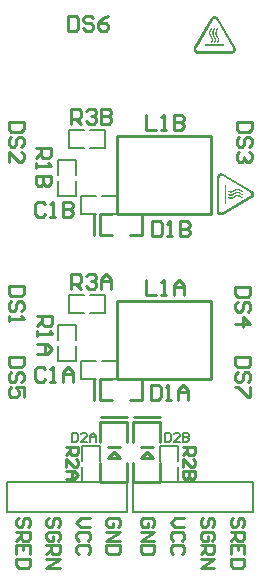
<source format=gto>
G04*
G04 #@! TF.GenerationSoftware,Altium Limited,Altium Designer,20.1.14 (287)*
G04*
G04 Layer_Color=65535*
%FSLAX25Y25*%
%MOIN*%
G70*
G04*
G04 #@! TF.SameCoordinates,C01F18E2-E006-4B54-A768-756A2DF816C6*
G04*
G04*
G04 #@! TF.FilePolarity,Positive*
G04*
G01*
G75*
%ADD10C,0.00800*%
%ADD11C,0.01000*%
%ADD12C,0.00787*%
G36*
X288305Y302811D02*
X288435Y302773D01*
X288583Y302736D01*
X288750Y302662D01*
X288898Y302570D01*
X289064Y302440D01*
X289083Y302422D01*
X289120Y302385D01*
X289212Y302292D01*
X289231Y302274D01*
X289249Y302237D01*
X289323Y302126D01*
X294914Y292445D01*
X294932Y292426D01*
X294951Y292371D01*
X294988Y292260D01*
X295043Y292130D01*
X295080Y291982D01*
X295099Y291797D01*
Y291612D01*
X295080Y291408D01*
Y291390D01*
X295062Y291353D01*
X295043Y291279D01*
X295024Y291205D01*
Y291186D01*
X295006Y291149D01*
X294969Y291094D01*
X294932Y291001D01*
X294914D01*
X294895Y290983D01*
X294858Y290927D01*
X294802Y290835D01*
X294710Y290742D01*
X294599Y290631D01*
X294469Y290520D01*
X294303Y290427D01*
X294118Y290353D01*
X294099D01*
X294043Y290335D01*
X293969Y290316D01*
X293895D01*
X293877Y290298D01*
X293803D01*
X293710Y290279D01*
X282438D01*
X282327Y290298D01*
X282197Y290335D01*
X282031Y290372D01*
X281864Y290446D01*
X281697Y290538D01*
X281531Y290668D01*
X281512Y290686D01*
X281475Y290723D01*
X281383Y290816D01*
X281364Y290835D01*
X281346Y290872D01*
X281272Y291001D01*
X281253Y291020D01*
X281235Y291075D01*
X281198Y291168D01*
X281142Y291297D01*
X281105Y291445D01*
X281086Y291612D01*
Y291797D01*
X281105Y292001D01*
Y292019D01*
X281123Y292075D01*
X281142Y292149D01*
X281161Y292204D01*
Y292223D01*
X281179Y292260D01*
X281216Y292315D01*
X281253Y292389D01*
Y292408D01*
Y292426D01*
X281272D01*
X286843Y302089D01*
Y302107D01*
X286880Y302144D01*
X286954Y302255D01*
X287102Y302422D01*
X287269Y302570D01*
X287306Y302588D01*
X287380Y302625D01*
X287398Y302644D01*
X287435Y302662D01*
X287509Y302699D01*
X287583Y302736D01*
X287695Y302773D01*
X287824Y302792D01*
X287954Y302829D01*
X288194D01*
X288305Y302811D01*
D02*
G37*
G36*
X290501Y250395D02*
X290519D01*
X290575Y250376D01*
X290649Y250358D01*
X290704Y250339D01*
X290723D01*
X290760Y250321D01*
X290815Y250284D01*
X290890Y250247D01*
X290908D01*
X290927D01*
Y250228D01*
X300589Y244657D01*
X300607D01*
X300644Y244620D01*
X300755Y244546D01*
X300922Y244398D01*
X301070Y244231D01*
X301089Y244194D01*
X301126Y244120D01*
X301144Y244102D01*
X301163Y244064D01*
X301200Y243990D01*
X301237Y243916D01*
X301274Y243805D01*
X301292Y243676D01*
X301329Y243546D01*
Y243306D01*
X301311Y243195D01*
X301274Y243065D01*
X301237Y242917D01*
X301163Y242750D01*
X301070Y242602D01*
X300940Y242436D01*
X300922Y242417D01*
X300885Y242380D01*
X300792Y242287D01*
X300774Y242269D01*
X300737Y242250D01*
X300626Y242177D01*
X290945Y236586D01*
X290927Y236568D01*
X290871Y236549D01*
X290760Y236512D01*
X290630Y236457D01*
X290482Y236420D01*
X290297Y236401D01*
X290112D01*
X289909Y236420D01*
X289890D01*
X289853Y236438D01*
X289779Y236457D01*
X289705Y236475D01*
X289686D01*
X289649Y236494D01*
X289594Y236531D01*
X289501Y236568D01*
Y236586D01*
X289483Y236605D01*
X289427Y236642D01*
X289335Y236698D01*
X289242Y236790D01*
X289131Y236901D01*
X289020Y237031D01*
X288927Y237197D01*
X288853Y237382D01*
Y237401D01*
X288835Y237456D01*
X288816Y237530D01*
Y237604D01*
X288798Y237623D01*
Y237697D01*
X288779Y237790D01*
Y249062D01*
X288798Y249173D01*
X288835Y249303D01*
X288872Y249469D01*
X288946Y249636D01*
X289038Y249803D01*
X289168Y249969D01*
X289187Y249988D01*
X289224Y250025D01*
X289316Y250117D01*
X289335Y250136D01*
X289372Y250154D01*
X289501Y250228D01*
X289520Y250247D01*
X289575Y250265D01*
X289668Y250302D01*
X289797Y250358D01*
X289946Y250395D01*
X290112Y250413D01*
X290297D01*
X290501Y250395D01*
D02*
G37*
%LPC*%
G36*
X288102Y301885D02*
X288065D01*
X287972Y301867D01*
X287843Y301848D01*
X287695Y301774D01*
X287676Y301755D01*
X287658Y301737D01*
X287639D01*
X287621Y301718D01*
X287565Y301663D01*
X287491Y301589D01*
X287417Y301478D01*
X282105Y292297D01*
Y292278D01*
Y292260D01*
X282086Y292241D01*
X282067Y292167D01*
X282049Y292149D01*
X282031Y292056D01*
Y292038D01*
Y292001D01*
X282012Y291945D01*
Y291871D01*
X282031Y291705D01*
X282105Y291519D01*
X282123D01*
X282142Y291482D01*
X282179Y291427D01*
X282197Y291408D01*
X282253Y291334D01*
X282271D01*
X282290Y291297D01*
X282401Y291242D01*
X282567Y291168D01*
X282678Y291149D01*
X282789Y291131D01*
X293414D01*
Y291149D01*
X293544D01*
X293581Y291168D01*
X293655D01*
X293692Y291186D01*
X293803Y291242D01*
X293933Y291353D01*
X294080Y291519D01*
X294099Y291556D01*
X294136Y291631D01*
X294155Y291760D01*
X294173Y291908D01*
Y291927D01*
Y291982D01*
Y292019D01*
X294155Y292093D01*
X294118Y292186D01*
X294062Y292297D01*
Y292315D01*
X288768Y301496D01*
X288750D01*
X288731Y301515D01*
X288694Y301589D01*
Y301607D01*
X288657Y301626D01*
X288620Y301663D01*
X288602Y301681D01*
X288583Y301700D01*
X288472Y301774D01*
X288305Y301830D01*
X288213Y301867D01*
X288102D01*
Y301885D01*
D02*
G37*
%LPD*%
G36*
X289323Y298831D02*
X289472Y298646D01*
X289453Y298627D01*
X289398Y298590D01*
X289323Y298535D01*
X289231Y298442D01*
X289212Y298424D01*
X289175Y298368D01*
X289101Y298276D01*
X289027Y298165D01*
X289009Y298128D01*
X288953Y298016D01*
X288879Y297850D01*
X288805Y297646D01*
X288750Y297387D01*
X288731Y297110D01*
X288787Y296795D01*
X288824Y296647D01*
X288898Y296480D01*
X288916Y296462D01*
X288953Y296388D01*
X289027Y296276D01*
X289138Y296110D01*
X289157Y296073D01*
X289231Y295980D01*
X289305Y295851D01*
X289398Y295703D01*
X289416Y295666D01*
X289472Y295555D01*
X289509Y295388D01*
X289546Y295147D01*
Y295129D01*
Y295092D01*
Y294962D01*
Y294944D01*
Y294888D01*
Y294814D01*
X289527Y294759D01*
Y294722D01*
X289509Y294648D01*
X289472Y294518D01*
X289435Y294370D01*
X289360Y294222D01*
X289268Y294074D01*
X289157Y293963D01*
X289009Y293889D01*
X288879Y294277D01*
X288916Y294296D01*
X288935Y294314D01*
X288972Y294370D01*
X289009Y294426D01*
X289064Y294537D01*
X289101Y294648D01*
X289138Y294814D01*
Y294833D01*
Y294870D01*
Y294925D01*
Y294962D01*
Y294981D01*
Y295018D01*
Y295073D01*
Y295110D01*
Y295129D01*
X289120Y295166D01*
Y295240D01*
X289083Y295333D01*
X289046Y295444D01*
X288990Y295573D01*
X288898Y295703D01*
X288805Y295851D01*
Y295869D01*
X288768Y295888D01*
X288694Y295999D01*
X288602Y296147D01*
X288527Y296295D01*
X288509Y296314D01*
X288491Y296388D01*
X288435Y296499D01*
X288398Y296647D01*
X288361Y296813D01*
X288324Y296998D01*
X288305Y297202D01*
X288324Y297406D01*
Y297424D01*
X288342Y297498D01*
X288361Y297609D01*
X288398Y297739D01*
X288454Y297887D01*
X288509Y298054D01*
X288602Y298239D01*
X288694Y298405D01*
X288713Y298442D01*
X288768Y298516D01*
X288842Y298609D01*
X288935Y298720D01*
X288953Y298738D01*
X289027Y298794D01*
X289120Y298886D01*
X289231Y298979D01*
X289323Y298831D01*
D02*
G37*
G36*
X288305D02*
X288435Y298646D01*
X288417Y298627D01*
X288361Y298590D01*
X288287Y298516D01*
X288194Y298442D01*
X288176Y298424D01*
X288139Y298368D01*
X288083Y298276D01*
X288009Y298165D01*
X287991Y298128D01*
X287935Y298016D01*
X287861Y297850D01*
X287787Y297646D01*
X287732Y297387D01*
X287713Y297110D01*
X287769Y296795D01*
X287806Y296647D01*
X287880Y296480D01*
X287898Y296462D01*
X287935Y296388D01*
X288009Y296258D01*
X288120Y296110D01*
X288139Y296073D01*
X288194Y295980D01*
X288268Y295851D01*
X288361Y295703D01*
X288380Y295666D01*
X288435Y295555D01*
X288491Y295388D01*
X288527Y295147D01*
Y295129D01*
Y295110D01*
Y295055D01*
Y294962D01*
Y294944D01*
Y294888D01*
X288509Y294814D01*
Y294759D01*
Y294722D01*
X288491Y294648D01*
X288454Y294518D01*
X288398Y294370D01*
X288324Y294222D01*
X288231Y294074D01*
X288120Y293963D01*
X287972Y293889D01*
X287843Y294277D01*
X287880Y294296D01*
X287898Y294314D01*
X287954Y294370D01*
X287991Y294426D01*
X288028Y294537D01*
X288065Y294648D01*
X288102Y294814D01*
Y294833D01*
Y294870D01*
Y294962D01*
Y294981D01*
Y295018D01*
Y295110D01*
Y295129D01*
Y295166D01*
X288083Y295240D01*
X288065Y295333D01*
X288009Y295444D01*
X287954Y295573D01*
X287880Y295703D01*
X287787Y295851D01*
Y295869D01*
X287750Y295906D01*
X287676Y296017D01*
X287583Y296165D01*
X287509Y296295D01*
X287491Y296314D01*
X287473Y296388D01*
X287417Y296499D01*
X287380Y296647D01*
X287324Y296813D01*
X287287Y296998D01*
X287269Y297202D01*
X287287Y297406D01*
Y297424D01*
X287306Y297498D01*
X287324Y297609D01*
X287361Y297739D01*
X287417Y297887D01*
X287491Y298054D01*
X287658Y298405D01*
X287676Y298442D01*
X287732Y298516D01*
X287806Y298609D01*
X287898Y298720D01*
X287917Y298738D01*
X287991Y298812D01*
X288083Y298886D01*
X288194Y298979D01*
X288305Y298831D01*
D02*
G37*
G36*
X287269D02*
X287417Y298646D01*
X287398D01*
X287380Y298627D01*
X287324Y298590D01*
X287250Y298516D01*
X287176Y298442D01*
X287158Y298424D01*
X287102Y298368D01*
X287047Y298276D01*
X286973Y298165D01*
X286954Y298128D01*
X286899Y298016D01*
X286825Y297850D01*
X286751Y297646D01*
X286695Y297387D01*
X286677Y297110D01*
X286732Y296795D01*
X286769Y296647D01*
X286843Y296480D01*
X286862Y296462D01*
X286899Y296388D01*
X286973Y296276D01*
X287084Y296110D01*
X287102Y296073D01*
X287158Y295980D01*
X287232Y295851D01*
X287324Y295703D01*
X287343Y295666D01*
X287398Y295555D01*
X287454Y295388D01*
X287491Y295147D01*
Y295129D01*
Y295073D01*
Y295018D01*
Y294962D01*
Y294944D01*
Y294888D01*
Y294814D01*
X287473Y294759D01*
Y294722D01*
X287454Y294648D01*
X287417Y294518D01*
X287361Y294370D01*
X287287Y294222D01*
X287195Y294074D01*
X287084Y293963D01*
X286936Y293889D01*
X286806Y294277D01*
X286843Y294296D01*
X286862Y294314D01*
X286917Y294370D01*
X286954Y294426D01*
X286991Y294537D01*
X287028Y294648D01*
X287065Y294814D01*
Y294833D01*
X287084Y294870D01*
Y294962D01*
Y294981D01*
Y294999D01*
Y295110D01*
Y295129D01*
X287065Y295166D01*
Y295240D01*
X287028Y295333D01*
X286991Y295444D01*
X286936Y295573D01*
X286843Y295703D01*
X286751Y295851D01*
Y295869D01*
X286714Y295888D01*
X286639Y295999D01*
X286547Y296147D01*
X286473Y296295D01*
X286454Y296314D01*
X286436Y296388D01*
X286380Y296499D01*
X286343Y296647D01*
X286306Y296813D01*
X286269Y296998D01*
X286251Y297202D01*
X286269Y297406D01*
Y297424D01*
X286288Y297498D01*
X286306Y297609D01*
X286343Y297739D01*
X286380Y297887D01*
X286454Y298054D01*
X286528Y298239D01*
X286621Y298405D01*
X286639Y298442D01*
X286695Y298516D01*
X286769Y298609D01*
X286862Y298720D01*
X286899Y298757D01*
X286954Y298812D01*
X287065Y298905D01*
X287158Y298979D01*
X287269Y298831D01*
D02*
G37*
G36*
X291193Y292889D02*
X284992D01*
Y293408D01*
X291193D01*
Y292889D01*
D02*
G37*
%LPC*%
G36*
X290445Y249488D02*
X290371D01*
X290205Y249469D01*
X290019Y249395D01*
Y249377D01*
X289983Y249358D01*
X289927Y249321D01*
X289909Y249303D01*
X289834Y249247D01*
Y249229D01*
X289797Y249210D01*
X289742Y249099D01*
X289668Y248933D01*
X289649Y248821D01*
X289631Y248710D01*
Y238086D01*
X289649D01*
Y237956D01*
X289668Y237919D01*
Y237845D01*
X289686Y237808D01*
X289742Y237697D01*
X289853Y237567D01*
X290019Y237419D01*
X290056Y237401D01*
X290131Y237364D01*
X290260Y237345D01*
X290408Y237327D01*
X290427D01*
X290482D01*
X290519D01*
X290593Y237345D01*
X290686Y237382D01*
X290797Y237438D01*
X290815D01*
X299996Y242732D01*
Y242750D01*
X300015Y242769D01*
X300089Y242806D01*
X300108D01*
X300126Y242843D01*
X300163Y242880D01*
X300182Y242898D01*
X300200Y242917D01*
X300274Y243028D01*
X300330Y243195D01*
X300367Y243287D01*
Y243398D01*
X300385D01*
Y243435D01*
X300367Y243528D01*
X300348Y243657D01*
X300274Y243805D01*
X300255Y243824D01*
X300237Y243842D01*
Y243861D01*
X300219Y243879D01*
X300163Y243935D01*
X300089Y244009D01*
X299978Y244083D01*
X290797Y249395D01*
X290778D01*
X290760D01*
X290741Y249414D01*
X290667Y249432D01*
X290649Y249451D01*
X290556Y249469D01*
X290538D01*
X290501D01*
X290445Y249488D01*
D02*
G37*
%LPD*%
G36*
X295906Y245231D02*
X295924D01*
X295998Y245212D01*
X296109Y245194D01*
X296239Y245157D01*
X296387Y245120D01*
X296553Y245045D01*
X296739Y244971D01*
X296905Y244879D01*
X296942Y244860D01*
X297016Y244805D01*
X297109Y244731D01*
X297220Y244638D01*
X297257Y244601D01*
X297312Y244546D01*
X297405Y244435D01*
X297479Y244342D01*
X297331Y244231D01*
X297146Y244083D01*
Y244102D01*
X297127Y244120D01*
X297090Y244176D01*
X297016Y244250D01*
X296942Y244324D01*
X296924Y244342D01*
X296868Y244398D01*
X296776Y244453D01*
X296665Y244527D01*
X296628Y244546D01*
X296516Y244601D01*
X296350Y244675D01*
X296146Y244749D01*
X295887Y244805D01*
X295609Y244823D01*
X295295Y244768D01*
X295147Y244731D01*
X294980Y244657D01*
X294962Y244638D01*
X294888Y244601D01*
X294777Y244527D01*
X294610Y244416D01*
X294573Y244398D01*
X294480Y244342D01*
X294351Y244268D01*
X294203Y244176D01*
X294166Y244157D01*
X294055Y244102D01*
X293888Y244046D01*
X293648Y244009D01*
X293629D01*
X293573D01*
X293518D01*
X293462D01*
X293444D01*
X293388D01*
X293314D01*
X293259Y244027D01*
X293222D01*
X293148Y244046D01*
X293018Y244083D01*
X292870Y244139D01*
X292722Y244213D01*
X292574Y244305D01*
X292463Y244416D01*
X292389Y244564D01*
X292777Y244694D01*
X292796Y244657D01*
X292814Y244638D01*
X292870Y244583D01*
X292926Y244546D01*
X293037Y244509D01*
X293148Y244472D01*
X293314Y244435D01*
X293333D01*
X293370Y244416D01*
X293462D01*
X293481D01*
X293499D01*
X293611D01*
X293629D01*
X293666Y244435D01*
X293740D01*
X293833Y244472D01*
X293944Y244509D01*
X294073Y244564D01*
X294203Y244657D01*
X294351Y244749D01*
X294369D01*
X294388Y244786D01*
X294499Y244860D01*
X294647Y244953D01*
X294795Y245027D01*
X294814Y245045D01*
X294888Y245064D01*
X294999Y245120D01*
X295147Y245157D01*
X295313Y245194D01*
X295498Y245231D01*
X295702Y245249D01*
X295906Y245231D01*
D02*
G37*
G36*
Y244213D02*
X295924D01*
X295998Y244194D01*
X296109Y244176D01*
X296239Y244139D01*
X296387Y244083D01*
X296553Y244009D01*
X296905Y243842D01*
X296942Y243824D01*
X297016Y243768D01*
X297109Y243694D01*
X297220Y243602D01*
X297238Y243583D01*
X297312Y243509D01*
X297387Y243417D01*
X297479Y243306D01*
X297331Y243195D01*
X297146Y243065D01*
X297127Y243083D01*
X297090Y243139D01*
X297016Y243213D01*
X296942Y243306D01*
X296924Y243324D01*
X296868Y243361D01*
X296776Y243417D01*
X296665Y243491D01*
X296628Y243509D01*
X296516Y243565D01*
X296350Y243639D01*
X296146Y243713D01*
X295887Y243768D01*
X295609Y243787D01*
X295295Y243731D01*
X295147Y243694D01*
X294980Y243620D01*
X294962Y243602D01*
X294888Y243565D01*
X294758Y243491D01*
X294610Y243380D01*
X294573Y243361D01*
X294480Y243306D01*
X294351Y243232D01*
X294203Y243139D01*
X294166Y243121D01*
X294055Y243065D01*
X293888Y243009D01*
X293648Y242972D01*
X293629D01*
X293611D01*
X293555D01*
X293462D01*
X293444D01*
X293388D01*
X293314Y242991D01*
X293259D01*
X293222D01*
X293148Y243009D01*
X293018Y243046D01*
X292870Y243102D01*
X292722Y243176D01*
X292574Y243269D01*
X292463Y243380D01*
X292389Y243528D01*
X292777Y243657D01*
X292796Y243620D01*
X292814Y243602D01*
X292870Y243546D01*
X292926Y243509D01*
X293037Y243472D01*
X293148Y243435D01*
X293314Y243398D01*
X293333D01*
X293370D01*
X293462D01*
X293481D01*
X293518D01*
X293611D01*
X293629D01*
X293666D01*
X293740Y243417D01*
X293833Y243435D01*
X293944Y243491D01*
X294073Y243546D01*
X294203Y243620D01*
X294351Y243713D01*
X294369D01*
X294406Y243750D01*
X294517Y243824D01*
X294666Y243916D01*
X294795Y243990D01*
X294814Y244009D01*
X294888Y244027D01*
X294999Y244083D01*
X295147Y244120D01*
X295313Y244176D01*
X295498Y244213D01*
X295702Y244231D01*
X295906Y244213D01*
D02*
G37*
G36*
Y243176D02*
X295924D01*
X295998Y243158D01*
X296109Y243139D01*
X296239Y243102D01*
X296387Y243046D01*
X296553Y242991D01*
X296739Y242898D01*
X296905Y242806D01*
X296942Y242787D01*
X297016Y242732D01*
X297109Y242658D01*
X297220Y242565D01*
X297238Y242547D01*
X297294Y242473D01*
X297387Y242380D01*
X297479Y242269D01*
X297331Y242177D01*
X297146Y242028D01*
X297127Y242047D01*
X297090Y242102D01*
X297035Y242177D01*
X296942Y242269D01*
X296924Y242287D01*
X296868Y242324D01*
X296776Y242399D01*
X296665Y242473D01*
X296628Y242491D01*
X296516Y242547D01*
X296350Y242621D01*
X296146Y242695D01*
X295887Y242750D01*
X295609Y242769D01*
X295295Y242713D01*
X295147Y242676D01*
X294980Y242602D01*
X294962Y242584D01*
X294888Y242547D01*
X294777Y242473D01*
X294610Y242362D01*
X294573Y242343D01*
X294480Y242269D01*
X294351Y242195D01*
X294203Y242102D01*
X294166Y242084D01*
X294055Y242028D01*
X293888Y241991D01*
X293648Y241954D01*
X293629D01*
X293592D01*
X293462D01*
X293444D01*
X293388D01*
X293314D01*
X293259Y241973D01*
X293222D01*
X293148Y241991D01*
X293018Y242028D01*
X292870Y242065D01*
X292722Y242139D01*
X292574Y242232D01*
X292463Y242343D01*
X292389Y242491D01*
X292777Y242621D01*
X292796Y242584D01*
X292814Y242565D01*
X292870Y242528D01*
X292926Y242491D01*
X293037Y242436D01*
X293148Y242399D01*
X293314Y242362D01*
X293333D01*
X293370D01*
X293425D01*
X293462D01*
X293481D01*
X293518D01*
X293573D01*
X293611D01*
X293629D01*
X293666Y242380D01*
X293740D01*
X293833Y242417D01*
X293944Y242454D01*
X294073Y242510D01*
X294203Y242602D01*
X294351Y242695D01*
X294369D01*
X294388Y242732D01*
X294499Y242806D01*
X294647Y242898D01*
X294795Y242972D01*
X294814Y242991D01*
X294888Y243009D01*
X294999Y243065D01*
X295147Y243102D01*
X295313Y243139D01*
X295498Y243176D01*
X295702Y243195D01*
X295906Y243176D01*
D02*
G37*
G36*
X291908Y240307D02*
X291389D01*
Y246508D01*
X291908D01*
Y240307D01*
D02*
G37*
D10*
X246500Y204000D02*
X251500D01*
X239500D02*
X244500D01*
X246500Y210000D02*
X251500D01*
X239500D02*
X244500D01*
X251500Y204000D02*
Y210000D01*
X239500Y204000D02*
Y210000D01*
X246500Y259000D02*
X251500D01*
X239500D02*
X244500D01*
X246500Y265000D02*
X251500D01*
X239500D02*
X244500D01*
X251500Y259000D02*
Y265000D01*
X239500Y259000D02*
Y265000D01*
X276000Y154500D02*
Y159500D01*
Y147500D02*
Y152500D01*
X270000Y154500D02*
Y159500D01*
Y147500D02*
Y152500D01*
Y159500D02*
X276000D01*
X270000Y147500D02*
X276000D01*
X244000D02*
X250000D01*
X244000Y159500D02*
X250000D01*
X244000Y147500D02*
Y152500D01*
Y154500D02*
Y159500D01*
X250000Y147500D02*
Y152500D01*
Y154500D02*
Y159500D01*
X243500Y243000D02*
X248500D01*
X250500D02*
X255500D01*
X243500Y237000D02*
X248500D01*
X250500D02*
X255500D01*
X243500D02*
Y243000D01*
X255500Y237000D02*
Y243000D01*
Y182000D02*
Y188000D01*
X243500Y182000D02*
Y188000D01*
X250500Y182000D02*
X255500D01*
X243500D02*
X248500D01*
X250500Y188000D02*
X255500D01*
X243500D02*
X248500D01*
X236000D02*
X242000D01*
X236000Y200000D02*
X242000D01*
X236000Y188000D02*
Y193000D01*
Y195000D02*
Y200000D01*
X242000Y188000D02*
Y193000D01*
Y195000D02*
Y200000D01*
Y250000D02*
Y255000D01*
Y243000D02*
Y248000D01*
X236000Y250000D02*
Y255000D01*
Y243000D02*
Y248000D01*
Y255000D02*
X242000D01*
X236000Y243000D02*
X242000D01*
X271501Y163999D02*
Y161001D01*
X273001D01*
X273501Y161500D01*
Y163500D01*
X273001Y163999D01*
X271501D01*
X276500Y161001D02*
X274500D01*
X276500Y163000D01*
Y163500D01*
X276000Y163999D01*
X275000D01*
X274500Y163500D01*
X277499Y163999D02*
Y161001D01*
X278999D01*
X279499Y161500D01*
Y162000D01*
X278999Y162500D01*
X277499D01*
X278999D01*
X279499Y163000D01*
Y163500D01*
X278999Y163999D01*
X277499D01*
X240501D02*
Y161001D01*
X242001D01*
X242501Y161500D01*
Y163500D01*
X242001Y163999D01*
X240501D01*
X245500Y161001D02*
X243500D01*
X245500Y163000D01*
Y163500D01*
X245000Y163999D01*
X244000D01*
X243500Y163500D01*
X246499Y161001D02*
Y163000D01*
X247499Y163999D01*
X248499Y163000D01*
Y161001D01*
Y162500D01*
X246499D01*
D11*
X261169Y169311D02*
X269831D01*
X261000Y147500D02*
X270000D01*
X261000D02*
Y154000D01*
X265467Y157597D02*
X267435Y155629D01*
X263498D02*
X267435D01*
X263498D02*
X265467Y157597D01*
X263531Y159075D02*
X267469D01*
X270000Y147500D02*
Y154000D01*
Y161000D02*
Y167500D01*
X261000D02*
X270000D01*
X261000Y161000D02*
Y167500D01*
X250169Y169311D02*
X258831D01*
X250000Y147500D02*
X259000D01*
X250000D02*
Y154000D01*
X254467Y157597D02*
X256435Y155629D01*
X252498D02*
X256435D01*
X252498D02*
X254467Y157597D01*
X252532Y159075D02*
X256469D01*
X259000Y147500D02*
Y154000D01*
Y161000D02*
Y167500D01*
X250000D02*
X259000D01*
X250000Y161000D02*
Y167500D01*
X287000Y237000D02*
Y263000D01*
X255500Y237000D02*
X287000D01*
X255500D02*
Y263000D01*
X287000D01*
X255500Y208000D02*
X287000D01*
X255500Y182000D02*
Y208000D01*
Y182000D02*
X287000D01*
Y208000D01*
X248000Y175000D02*
Y182000D01*
X250000Y175000D02*
X254000D01*
X250000Y182000D02*
X254000D01*
X250000Y175000D02*
Y182000D01*
X260000Y175000D02*
X264000D01*
Y182000D01*
X260000D02*
X264000D01*
X260000Y237000D02*
X264000D01*
Y230000D02*
Y237000D01*
X260000Y230000D02*
X264000D01*
X250000D02*
Y237000D01*
X254000D01*
X250000Y230000D02*
X254000D01*
X248000D02*
Y237000D01*
X277998Y135500D02*
X274999D01*
X273500Y134001D01*
X274999Y132501D01*
X277998D01*
X277249Y128002D02*
X277998Y128752D01*
Y130252D01*
X277249Y131001D01*
X274250D01*
X273500Y130252D01*
Y128752D01*
X274250Y128002D01*
X277249Y123504D02*
X277998Y124254D01*
Y125753D01*
X277249Y126503D01*
X274250D01*
X273500Y125753D01*
Y124254D01*
X274250Y123504D01*
X267249Y132501D02*
X267999Y133251D01*
Y134750D01*
X267249Y135500D01*
X264250D01*
X263500Y134750D01*
Y133251D01*
X264250Y132501D01*
X265749D01*
Y134001D01*
X263500Y131001D02*
X267999D01*
X263500Y128002D01*
X267999D01*
Y126503D02*
X263500D01*
Y124254D01*
X264250Y123504D01*
X267249D01*
X267999Y124254D01*
Y126503D01*
X255749Y132501D02*
X256499Y133251D01*
Y134750D01*
X255749Y135500D01*
X252750D01*
X252000Y134750D01*
Y133251D01*
X252750Y132501D01*
X254249D01*
Y134001D01*
X252000Y131001D02*
X256499D01*
X252000Y128002D01*
X256499D01*
Y126503D02*
X252000D01*
Y124254D01*
X252750Y123504D01*
X255749D01*
X256499Y124254D01*
Y126503D01*
X246498Y135500D02*
X243499D01*
X242000Y134001D01*
X243499Y132501D01*
X246498D01*
X245749Y128002D02*
X246498Y128752D01*
Y130252D01*
X245749Y131001D01*
X242750D01*
X242000Y130252D01*
Y128752D01*
X242750Y128002D01*
X245749Y123504D02*
X246498Y124254D01*
Y125753D01*
X245749Y126503D01*
X242750D01*
X242000Y125753D01*
Y124254D01*
X242750Y123504D01*
X297249Y132501D02*
X297998Y133251D01*
Y134750D01*
X297249Y135500D01*
X296499D01*
X295749Y134750D01*
Y133251D01*
X295000Y132501D01*
X294250D01*
X293500Y133251D01*
Y134750D01*
X294250Y135500D01*
X293500Y131001D02*
X297998D01*
Y128752D01*
X297249Y128002D01*
X295749D01*
X295000Y128752D01*
Y131001D01*
Y129502D02*
X293500Y128002D01*
X297998Y123504D02*
Y126503D01*
X293500D01*
Y123504D01*
X295749Y126503D02*
Y125003D01*
X297998Y122004D02*
X293500D01*
Y119755D01*
X294250Y119005D01*
X297249D01*
X297998Y119755D01*
Y122004D01*
X287249Y132501D02*
X287999Y133251D01*
Y134750D01*
X287249Y135500D01*
X286499D01*
X285749Y134750D01*
Y133251D01*
X284999Y132501D01*
X284250D01*
X283500Y133251D01*
Y134750D01*
X284250Y135500D01*
X287249Y128002D02*
X287999Y128752D01*
Y130252D01*
X287249Y131001D01*
X284250D01*
X283500Y130252D01*
Y128752D01*
X284250Y128002D01*
X285749D01*
Y129502D01*
X283500Y126503D02*
X287999D01*
Y124254D01*
X287249Y123504D01*
X285749D01*
X284999Y124254D01*
Y126503D01*
Y125003D02*
X283500Y123504D01*
Y122004D02*
X287999D01*
X283500Y119005D01*
X287999D01*
X235749Y132501D02*
X236498Y133251D01*
Y134750D01*
X235749Y135500D01*
X234999D01*
X234249Y134750D01*
Y133251D01*
X233500Y132501D01*
X232750D01*
X232000Y133251D01*
Y134750D01*
X232750Y135500D01*
X235749Y128002D02*
X236498Y128752D01*
Y130252D01*
X235749Y131001D01*
X232750D01*
X232000Y130252D01*
Y128752D01*
X232750Y128002D01*
X234249D01*
Y129502D01*
X232000Y126503D02*
X236498D01*
Y124254D01*
X235749Y123504D01*
X234249D01*
X233500Y124254D01*
Y126503D01*
Y125003D02*
X232000Y123504D01*
Y122004D02*
X236498D01*
X232000Y119005D01*
X236498D01*
X225749Y132501D02*
X226499Y133251D01*
Y134750D01*
X225749Y135500D01*
X224999D01*
X224249Y134750D01*
Y133251D01*
X223499Y132501D01*
X222750D01*
X222000Y133251D01*
Y134750D01*
X222750Y135500D01*
X222000Y131001D02*
X226499D01*
Y128752D01*
X225749Y128002D01*
X224249D01*
X223499Y128752D01*
Y131001D01*
Y129502D02*
X222000Y128002D01*
X226499Y123504D02*
Y126503D01*
X222000D01*
Y123504D01*
X224249Y126503D02*
Y125003D01*
X226499Y122004D02*
X222000D01*
Y119755D01*
X222750Y119005D01*
X225749D01*
X226499Y119755D01*
Y122004D01*
X240335Y267001D02*
Y271999D01*
X242835D01*
X243668Y271166D01*
Y269500D01*
X242835Y268667D01*
X240335D01*
X242002D02*
X243668Y267001D01*
X245334Y271166D02*
X246167Y271999D01*
X247833D01*
X248666Y271166D01*
Y270333D01*
X247833Y269500D01*
X247000D01*
X247833D01*
X248666Y268667D01*
Y267834D01*
X247833Y267001D01*
X246167D01*
X245334Y267834D01*
X250332Y271999D02*
Y267001D01*
X252831D01*
X253664Y267834D01*
Y268667D01*
X252831Y269500D01*
X250332D01*
X252831D01*
X253664Y270333D01*
Y271166D01*
X252831Y271999D01*
X250332D01*
X240335Y212001D02*
Y216999D01*
X242835D01*
X243668Y216166D01*
Y214500D01*
X242835Y213667D01*
X240335D01*
X242002D02*
X243668Y212001D01*
X245334Y216166D02*
X246167Y216999D01*
X247833D01*
X248666Y216166D01*
Y215333D01*
X247833Y214500D01*
X247000D01*
X247833D01*
X248666Y213667D01*
Y212834D01*
X247833Y212001D01*
X246167D01*
X245334Y212834D01*
X250332Y212001D02*
Y215333D01*
X251998Y216999D01*
X253664Y215333D01*
Y212001D01*
Y214500D01*
X250332D01*
X299999Y189164D02*
X295001D01*
Y186665D01*
X295834Y185832D01*
X299166D01*
X299999Y186665D01*
Y189164D01*
X299166Y180834D02*
X299999Y181667D01*
Y183333D01*
X299166Y184166D01*
X298333D01*
X297500Y183333D01*
Y181667D01*
X296667Y180834D01*
X295834D01*
X295001Y181667D01*
Y183333D01*
X295834Y184166D01*
X299999Y179168D02*
Y175836D01*
X299166D01*
X295834Y179168D01*
X295001D01*
X239335Y302999D02*
Y298001D01*
X241835D01*
X242668Y298834D01*
Y302166D01*
X241835Y302999D01*
X239335D01*
X247666Y302166D02*
X246833Y302999D01*
X245167D01*
X244334Y302166D01*
Y301333D01*
X245167Y300500D01*
X246833D01*
X247666Y299667D01*
Y298834D01*
X246833Y298001D01*
X245167D01*
X244334Y298834D01*
X252664Y302999D02*
X250998Y302166D01*
X249332Y300500D01*
Y298834D01*
X250165Y298001D01*
X251831D01*
X252664Y298834D01*
Y299667D01*
X251831Y300500D01*
X249332D01*
X224499Y189164D02*
X219501D01*
Y186665D01*
X220334Y185832D01*
X223666D01*
X224499Y186665D01*
Y189164D01*
X223666Y180834D02*
X224499Y181667D01*
Y183333D01*
X223666Y184166D01*
X222833D01*
X222000Y183333D01*
Y181667D01*
X221167Y180834D01*
X220334D01*
X219501Y181667D01*
Y183333D01*
X220334Y184166D01*
X224499Y175836D02*
Y179168D01*
X222000D01*
X222833Y177502D01*
Y176669D01*
X222000Y175836D01*
X220334D01*
X219501Y176669D01*
Y178335D01*
X220334Y179168D01*
X299999Y212665D02*
X295001D01*
Y210165D01*
X295834Y209332D01*
X299166D01*
X299999Y210165D01*
Y212665D01*
X299166Y204334D02*
X299999Y205167D01*
Y206833D01*
X299166Y207666D01*
X298333D01*
X297500Y206833D01*
Y205167D01*
X296667Y204334D01*
X295834D01*
X295001Y205167D01*
Y206833D01*
X295834Y207666D01*
X295001Y200168D02*
X299999D01*
X297500Y202668D01*
Y199336D01*
X300499Y267665D02*
X295501D01*
Y265165D01*
X296334Y264332D01*
X299666D01*
X300499Y265165D01*
Y267665D01*
X299666Y259334D02*
X300499Y260167D01*
Y261833D01*
X299666Y262666D01*
X298833D01*
X298000Y261833D01*
Y260167D01*
X297167Y259334D01*
X296334D01*
X295501Y260167D01*
Y261833D01*
X296334Y262666D01*
X299666Y257668D02*
X300499Y256835D01*
Y255169D01*
X299666Y254335D01*
X298833D01*
X298000Y255169D01*
Y256002D01*
Y255169D01*
X297167Y254335D01*
X296334D01*
X295501Y255169D01*
Y256835D01*
X296334Y257668D01*
X224499Y267665D02*
X219501D01*
Y265165D01*
X220334Y264332D01*
X223666D01*
X224499Y265165D01*
Y267665D01*
X223666Y259334D02*
X224499Y260167D01*
Y261833D01*
X223666Y262666D01*
X222833D01*
X222000Y261833D01*
Y260167D01*
X221167Y259334D01*
X220334D01*
X219501Y260167D01*
Y261833D01*
X220334Y262666D01*
X219501Y254335D02*
Y257668D01*
X222833Y254335D01*
X223666D01*
X224499Y255169D01*
Y256835D01*
X223666Y257668D01*
X224499Y212831D02*
X219501D01*
Y210332D01*
X220334Y209499D01*
X223666D01*
X224499Y210332D01*
Y212831D01*
X223666Y204501D02*
X224499Y205334D01*
Y207000D01*
X223666Y207833D01*
X222833D01*
X222000Y207000D01*
Y205334D01*
X221167Y204501D01*
X220334D01*
X219501Y205334D01*
Y207000D01*
X220334Y207833D01*
X219501Y202835D02*
Y201169D01*
Y202002D01*
X224499D01*
X223666Y202835D01*
X277501Y159332D02*
X281499D01*
Y157332D01*
X280833Y156666D01*
X279500D01*
X278834Y157332D01*
Y159332D01*
Y157999D02*
X277501Y156666D01*
Y152667D02*
Y155333D01*
X280166Y152667D01*
X280833D01*
X281499Y153333D01*
Y154666D01*
X280833Y155333D01*
X281499Y151334D02*
X277501D01*
Y149335D01*
X278167Y148668D01*
X278834D01*
X279500Y149335D01*
Y151334D01*
Y149335D01*
X280166Y148668D01*
X280833D01*
X281499Y149335D01*
Y151334D01*
X231584Y185166D02*
X230751Y185999D01*
X229085D01*
X228252Y185166D01*
Y181834D01*
X229085Y181001D01*
X230751D01*
X231584Y181834D01*
X233250Y181001D02*
X234916D01*
X234084D01*
Y185999D01*
X233250Y185166D01*
X237416Y181001D02*
Y184333D01*
X239082Y185999D01*
X240748Y184333D01*
Y181001D01*
Y183500D01*
X237416D01*
X266752Y179999D02*
Y175001D01*
X269251D01*
X270084Y175834D01*
Y179166D01*
X269251Y179999D01*
X266752D01*
X271750Y175001D02*
X273416D01*
X272584D01*
Y179999D01*
X271750Y179166D01*
X275916Y175001D02*
Y178333D01*
X277582Y179999D01*
X279248Y178333D01*
Y175001D01*
Y177500D01*
X275916D01*
X229001Y202748D02*
X233999D01*
Y200249D01*
X233166Y199416D01*
X231500D01*
X230667Y200249D01*
Y202748D01*
Y201082D02*
X229001Y199416D01*
Y197750D02*
Y196083D01*
Y196916D01*
X233999D01*
X233166Y197750D01*
X229001Y193584D02*
X232333D01*
X233999Y191918D01*
X232333Y190252D01*
X229001D01*
X231500D01*
Y193584D01*
X231584Y240166D02*
X230751Y240999D01*
X229085D01*
X228252Y240166D01*
Y236834D01*
X229085Y236001D01*
X230751D01*
X231584Y236834D01*
X233250Y236001D02*
X234916D01*
X234084D01*
Y240999D01*
X233250Y240166D01*
X237416Y240999D02*
Y236001D01*
X239915D01*
X240748Y236834D01*
Y237667D01*
X239915Y238500D01*
X237416D01*
X239915D01*
X240748Y239333D01*
Y240166D01*
X239915Y240999D01*
X237416D01*
X228501Y258748D02*
X233499D01*
Y256249D01*
X232666Y255416D01*
X231000D01*
X230167Y256249D01*
Y258748D01*
Y257082D02*
X228501Y255416D01*
Y253750D02*
Y252083D01*
Y252917D01*
X233499D01*
X232666Y253750D01*
X233499Y249584D02*
X228501D01*
Y247085D01*
X229334Y246252D01*
X230167D01*
X231000Y247085D01*
Y249584D01*
Y247085D01*
X231833Y246252D01*
X232666D01*
X233499Y247085D01*
Y249584D01*
X267252Y234499D02*
Y229501D01*
X269751D01*
X270584Y230334D01*
Y233666D01*
X269751Y234499D01*
X267252D01*
X272250Y229501D02*
X273917D01*
X273083D01*
Y234499D01*
X272250Y233666D01*
X276416Y234499D02*
Y229501D01*
X278915D01*
X279748Y230334D01*
Y231167D01*
X278915Y232000D01*
X276416D01*
X278915D01*
X279748Y232833D01*
Y233666D01*
X278915Y234499D01*
X276416D01*
X238501Y159332D02*
X242499D01*
Y157332D01*
X241833Y156666D01*
X240500D01*
X239834Y157332D01*
Y159332D01*
Y157999D02*
X238501Y156666D01*
Y152667D02*
Y155333D01*
X241166Y152667D01*
X241833D01*
X242499Y153333D01*
Y154666D01*
X241833Y155333D01*
X238501Y151334D02*
X241166D01*
X242499Y150001D01*
X241166Y148668D01*
X238501D01*
X240500D01*
Y151334D01*
X265252Y214999D02*
Y210001D01*
X268584D01*
X270250D02*
X271917D01*
X271083D01*
Y214999D01*
X270250Y214166D01*
X274416Y210001D02*
Y213333D01*
X276082Y214999D01*
X277748Y213333D01*
Y210001D01*
Y212500D01*
X274416D01*
X265252Y269999D02*
Y265001D01*
X268584D01*
X270250D02*
X271917D01*
X271083D01*
Y269999D01*
X270250Y269166D01*
X274416Y269999D02*
Y265001D01*
X276915D01*
X277748Y265834D01*
Y266667D01*
X276915Y267500D01*
X274416D01*
X276915D01*
X277748Y268333D01*
Y269166D01*
X276915Y269999D01*
X274416D01*
D12*
X259000Y137500D02*
Y147500D01*
X219000Y137500D02*
X259000D01*
X219000Y147500D02*
X259000D01*
X219000Y137500D02*
Y147500D01*
X261000Y137500D02*
Y147500D01*
X301000D01*
X261000Y137500D02*
X301000D01*
Y147500D01*
M02*

</source>
